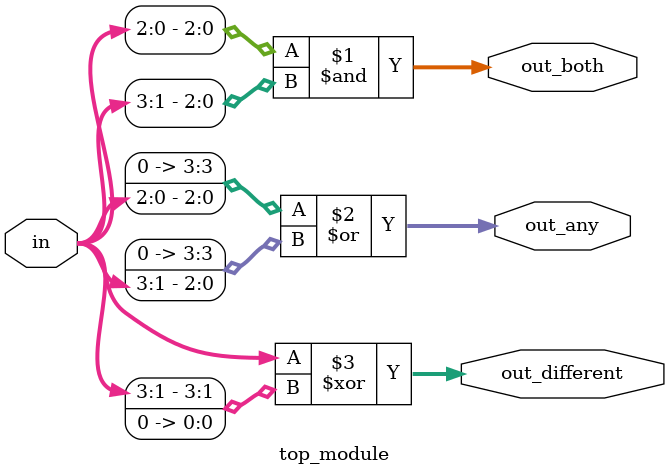
<source format=sv>
module top_module (
    input [3:0] in,
    output [2:0] out_both,
    output [3:0] out_any,
    output [3:0] out_different
);

assign out_both = in[2:0] & in[3:1];
assign out_any = {1'b0, in[2:0]} | {1'b0, in[3:1]};
assign out_different = in ^ {in[3:1], 1'b0};

endmodule

</source>
